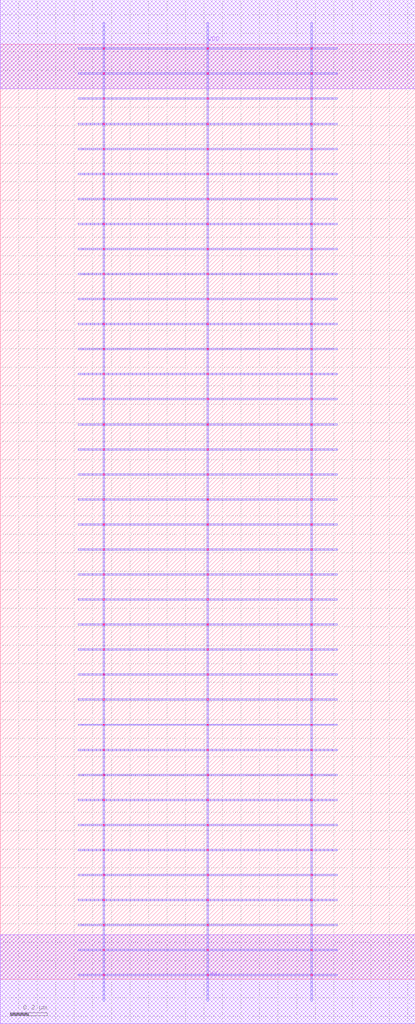
<source format=lef>
MACRO INV
 CLASS CORE ;
 FOREIGN INV 0 0 ;
 SIZE 2.24 BY 5.04 ;
 ORIGIN 0 0 ;
 SYMMETRY X Y R90 ;
 SITE unit ;
  PIN VDD
   DIRECTION INOUT ;
   USE POWER ;
   SHAPE ABUTMENT ;
    PORT
     CLASS CORE ;
       LAYER met1 ;
        RECT 0.00000000 4.80000000 2.24000000 5.28000000 ;
    END
  END VDD

  PIN GND
   DIRECTION INOUT ;
   USE POWER ;
   SHAPE ABUTMENT ;
    PORT
     CLASS CORE ;
       LAYER met1 ;
        RECT 0.00000000 -0.24000000 2.24000000 0.24000000 ;
    END
  END GND

 OBS
    LAYER polycont ;
     RECT 1.11600000 2.58300000 1.12400000 2.59100000 ;
     RECT 1.11600000 2.98800000 1.12400000 2.99600000 ;

    LAYER pdiffc ;
     RECT 0.55600000 3.39300000 0.56400000 3.40100000 ;
     RECT 1.67600000 3.39300000 1.68400000 3.40100000 ;
     RECT 0.55600000 3.52800000 0.56400000 3.53600000 ;
     RECT 1.67600000 3.52800000 1.68400000 3.53600000 ;
     RECT 0.55600000 3.66300000 0.56400000 3.67100000 ;
     RECT 1.67600000 3.66300000 1.68400000 3.67100000 ;
     RECT 0.55600000 3.79800000 0.56400000 3.80600000 ;
     RECT 1.67600000 3.79800000 1.68400000 3.80600000 ;
     RECT 0.55600000 3.93300000 0.56400000 3.94100000 ;
     RECT 1.67600000 3.93300000 1.68400000 3.94100000 ;
     RECT 0.55600000 4.06800000 0.56400000 4.07600000 ;
     RECT 1.67600000 4.06800000 1.68400000 4.07600000 ;
     RECT 0.55600000 4.20300000 0.56400000 4.21100000 ;
     RECT 1.67600000 4.20300000 1.68400000 4.21100000 ;
     RECT 0.55600000 4.33800000 0.56400000 4.34600000 ;
     RECT 1.67600000 4.33800000 1.68400000 4.34600000 ;
     RECT 0.55600000 4.47300000 0.56400000 4.48100000 ;
     RECT 1.67600000 4.47300000 1.68400000 4.48100000 ;
     RECT 0.55600000 4.60800000 0.56400000 4.61600000 ;
     RECT 1.67600000 4.60800000 1.68400000 4.61600000 ;

    LAYER ndiffc ;
     RECT 0.55600000 0.42300000 0.56400000 0.43100000 ;
     RECT 1.67600000 0.42300000 1.68400000 0.43100000 ;
     RECT 0.55600000 0.55800000 0.56400000 0.56600000 ;
     RECT 1.67600000 0.55800000 1.68400000 0.56600000 ;
     RECT 0.55600000 0.69300000 0.56400000 0.70100000 ;
     RECT 1.67600000 0.69300000 1.68400000 0.70100000 ;
     RECT 0.55600000 0.82800000 0.56400000 0.83600000 ;
     RECT 1.67600000 0.82800000 1.68400000 0.83600000 ;
     RECT 0.55600000 0.96300000 0.56400000 0.97100000 ;
     RECT 1.67600000 0.96300000 1.68400000 0.97100000 ;
     RECT 0.55600000 1.09800000 0.56400000 1.10600000 ;
     RECT 1.67600000 1.09800000 1.68400000 1.10600000 ;
     RECT 0.55600000 1.23300000 0.56400000 1.24100000 ;
     RECT 1.67600000 1.23300000 1.68400000 1.24100000 ;
     RECT 0.55600000 1.36800000 0.56400000 1.37600000 ;
     RECT 1.67600000 1.36800000 1.68400000 1.37600000 ;
     RECT 0.55600000 1.50300000 0.56400000 1.51100000 ;
     RECT 1.67600000 1.50300000 1.68400000 1.51100000 ;
     RECT 0.55600000 1.63800000 0.56400000 1.64600000 ;
     RECT 1.67600000 1.63800000 1.68400000 1.64600000 ;
     RECT 0.55600000 1.77300000 0.56400000 1.78100000 ;
     RECT 1.67600000 1.77300000 1.68400000 1.78100000 ;
     RECT 0.55600000 1.90800000 0.56400000 1.91600000 ;
     RECT 1.67600000 1.90800000 1.68400000 1.91600000 ;
     RECT 0.55600000 2.04300000 0.56400000 2.05100000 ;
     RECT 1.67600000 2.04300000 1.68400000 2.05100000 ;

    LAYER met1 ;
     RECT 0.00000000 -0.24000000 2.24000000 0.24000000 ;
     RECT 1.11600000 0.24000000 1.12400000 0.28800000 ;
     RECT 0.44500000 0.28800000 1.79500000 0.29600000 ;
     RECT 1.11600000 0.29600000 1.12400000 0.42300000 ;
     RECT 0.44500000 0.42300000 1.79500000 0.43100000 ;
     RECT 1.11600000 0.43100000 1.12400000 0.55800000 ;
     RECT 0.44500000 0.55800000 1.79500000 0.56600000 ;
     RECT 1.11600000 0.56600000 1.12400000 0.69300000 ;
     RECT 0.44500000 0.69300000 1.79500000 0.70100000 ;
     RECT 1.11600000 0.70100000 1.12400000 0.82800000 ;
     RECT 0.44500000 0.82800000 1.79500000 0.83600000 ;
     RECT 1.11600000 0.83600000 1.12400000 0.96300000 ;
     RECT 0.44500000 0.96300000 1.79500000 0.97100000 ;
     RECT 1.11600000 0.97100000 1.12400000 1.09800000 ;
     RECT 0.44500000 1.09800000 1.79500000 1.10600000 ;
     RECT 1.11600000 1.10600000 1.12400000 1.23300000 ;
     RECT 0.44500000 1.23300000 1.79500000 1.24100000 ;
     RECT 1.11600000 1.24100000 1.12400000 1.36800000 ;
     RECT 0.44500000 1.36800000 1.79500000 1.37600000 ;
     RECT 1.11600000 1.37600000 1.12400000 1.50300000 ;
     RECT 0.44500000 1.50300000 1.79500000 1.51100000 ;
     RECT 1.11600000 1.51100000 1.12400000 1.63800000 ;
     RECT 0.44500000 1.63800000 1.79500000 1.64600000 ;
     RECT 1.11600000 1.64600000 1.12400000 1.77300000 ;
     RECT 0.44500000 1.77300000 1.79500000 1.78100000 ;
     RECT 1.11600000 1.78100000 1.12400000 1.90800000 ;
     RECT 0.44500000 1.90800000 1.79500000 1.91600000 ;
     RECT 1.11600000 1.91600000 1.12400000 2.04300000 ;
     RECT 0.44500000 2.04300000 1.79500000 2.05100000 ;
     RECT 1.11600000 2.05100000 1.12400000 2.17800000 ;
     RECT 0.44500000 2.17800000 1.79500000 2.18600000 ;
     RECT 1.11600000 2.18600000 1.12400000 2.31300000 ;
     RECT 0.44500000 2.31300000 1.79500000 2.32100000 ;
     RECT 1.11600000 2.32100000 1.12400000 2.44800000 ;
     RECT 0.44500000 2.44800000 1.79500000 2.45600000 ;
     RECT 0.55600000 2.45600000 0.56400000 2.58300000 ;
     RECT 1.11600000 2.45600000 1.12400000 2.58300000 ;
     RECT 1.67600000 2.45600000 1.68400000 2.58300000 ;
     RECT 0.44500000 2.58300000 1.79500000 2.59100000 ;
     RECT 1.11600000 2.59100000 1.12400000 2.71800000 ;
     RECT 0.44500000 2.71800000 1.79500000 2.72600000 ;
     RECT 1.11600000 2.72600000 1.12400000 2.85300000 ;
     RECT 0.44500000 2.85300000 1.79500000 2.86100000 ;
     RECT 1.11600000 2.86100000 1.12400000 2.98800000 ;
     RECT 0.44500000 2.98800000 1.79500000 2.99600000 ;
     RECT 1.11600000 2.99600000 1.12400000 3.12300000 ;
     RECT 0.44500000 3.12300000 1.79500000 3.13100000 ;
     RECT 1.11600000 3.13100000 1.12400000 3.25800000 ;
     RECT 0.44500000 3.25800000 1.79500000 3.26600000 ;
     RECT 1.11600000 3.26600000 1.12400000 3.39300000 ;
     RECT 0.44500000 3.39300000 1.79500000 3.40100000 ;
     RECT 1.11600000 3.40100000 1.12400000 3.52800000 ;
     RECT 0.44500000 3.52800000 1.79500000 3.53600000 ;
     RECT 1.11600000 3.53600000 1.12400000 3.66300000 ;
     RECT 0.44500000 3.66300000 1.79500000 3.67100000 ;
     RECT 1.11600000 3.67100000 1.12400000 3.79800000 ;
     RECT 0.44500000 3.79800000 1.79500000 3.80600000 ;
     RECT 1.11600000 3.80600000 1.12400000 3.93300000 ;
     RECT 0.44500000 3.93300000 1.79500000 3.94100000 ;
     RECT 1.11600000 3.94100000 1.12400000 4.06800000 ;
     RECT 0.44500000 4.06800000 1.79500000 4.07600000 ;
     RECT 1.11600000 4.07600000 1.12400000 4.20300000 ;
     RECT 0.44500000 4.20300000 1.79500000 4.21100000 ;
     RECT 1.11600000 4.21100000 1.12400000 4.33800000 ;
     RECT 0.44500000 4.33800000 1.79500000 4.34600000 ;
     RECT 1.11600000 4.34600000 1.12400000 4.47300000 ;
     RECT 0.44500000 4.47300000 1.79500000 4.48100000 ;
     RECT 1.11600000 4.48100000 1.12400000 4.60800000 ;
     RECT 0.44500000 4.60800000 1.79500000 4.61600000 ;
     RECT 1.11600000 4.61600000 1.12400000 4.74300000 ;
     RECT 0.44500000 4.74300000 1.79500000 4.75100000 ;
     RECT 1.11600000 4.75100000 1.12400000 4.80000000 ;
     RECT 0.00000000 4.80000000 2.24000000 5.28000000 ;
     RECT 1.67600000 4.07600000 1.68400000 4.20300000 ;
     RECT 1.67600000 2.99600000 1.68400000 3.12300000 ;
     RECT 1.67600000 3.26600000 1.68400000 3.39300000 ;
     RECT 1.67600000 4.21100000 1.68400000 4.33800000 ;
     RECT 1.67600000 3.67100000 1.68400000 3.79800000 ;
     RECT 1.67600000 2.86100000 1.68400000 2.98800000 ;
     RECT 1.67600000 4.34600000 1.68400000 4.47300000 ;
     RECT 1.67600000 2.59100000 1.68400000 2.71800000 ;
     RECT 1.67600000 3.80600000 1.68400000 3.93300000 ;
     RECT 1.67600000 4.48100000 1.68400000 4.60800000 ;
     RECT 1.67600000 3.40100000 1.68400000 3.52800000 ;
     RECT 1.67600000 3.13100000 1.68400000 3.25800000 ;
     RECT 1.67600000 4.61600000 1.68400000 4.74300000 ;
     RECT 1.67600000 3.94100000 1.68400000 4.06800000 ;
     RECT 1.67600000 2.72600000 1.68400000 2.85300000 ;
     RECT 1.67600000 4.75100000 1.68400000 4.80000000 ;
     RECT 1.67600000 3.53600000 1.68400000 3.66300000 ;
     RECT 0.55600000 3.53600000 0.56400000 3.66300000 ;
     RECT 0.55600000 4.34600000 0.56400000 4.47300000 ;
     RECT 0.55600000 2.86100000 0.56400000 2.98800000 ;
     RECT 0.55600000 3.94100000 0.56400000 4.06800000 ;
     RECT 0.55600000 3.13100000 0.56400000 3.25800000 ;
     RECT 0.55600000 4.48100000 0.56400000 4.60800000 ;
     RECT 0.55600000 2.99600000 0.56400000 3.12300000 ;
     RECT 0.55600000 3.67100000 0.56400000 3.79800000 ;
     RECT 0.55600000 4.07600000 0.56400000 4.20300000 ;
     RECT 0.55600000 4.61600000 0.56400000 4.74300000 ;
     RECT 0.55600000 3.40100000 0.56400000 3.52800000 ;
     RECT 0.55600000 2.72600000 0.56400000 2.85300000 ;
     RECT 0.55600000 2.59100000 0.56400000 2.71800000 ;
     RECT 0.55600000 4.75100000 0.56400000 4.80000000 ;
     RECT 0.55600000 4.21100000 0.56400000 4.33800000 ;
     RECT 0.55600000 3.80600000 0.56400000 3.93300000 ;
     RECT 0.55600000 3.26600000 0.56400000 3.39300000 ;
     RECT 0.55600000 0.43100000 0.56400000 0.55800000 ;
     RECT 0.55600000 1.91600000 0.56400000 2.04300000 ;
     RECT 0.55600000 0.24000000 0.56400000 0.28800000 ;
     RECT 0.55600000 1.37600000 0.56400000 1.50300000 ;
     RECT 0.55600000 2.05100000 0.56400000 2.17800000 ;
     RECT 0.55600000 0.97100000 0.56400000 1.09800000 ;
     RECT 0.55600000 0.70100000 0.56400000 0.82800000 ;
     RECT 0.55600000 2.18600000 0.56400000 2.31300000 ;
     RECT 0.55600000 1.51100000 0.56400000 1.63800000 ;
     RECT 0.55600000 0.29600000 0.56400000 0.42300000 ;
     RECT 0.55600000 2.32100000 0.56400000 2.44800000 ;
     RECT 0.55600000 1.10600000 0.56400000 1.23300000 ;
     RECT 0.55600000 1.64600000 0.56400000 1.77300000 ;
     RECT 0.55600000 0.56600000 0.56400000 0.69300000 ;
     RECT 0.55600000 0.83600000 0.56400000 0.96300000 ;
     RECT 0.55600000 1.78100000 0.56400000 1.90800000 ;
     RECT 0.55600000 1.24100000 0.56400000 1.36800000 ;
     RECT 1.67600000 0.43100000 1.68400000 0.55800000 ;
     RECT 1.67600000 1.51100000 1.68400000 1.63800000 ;
     RECT 1.67600000 0.70100000 1.68400000 0.82800000 ;
     RECT 1.67600000 2.05100000 1.68400000 2.17800000 ;
     RECT 1.67600000 0.56600000 1.68400000 0.69300000 ;
     RECT 1.67600000 1.24100000 1.68400000 1.36800000 ;
     RECT 1.67600000 1.64600000 1.68400000 1.77300000 ;
     RECT 1.67600000 2.18600000 1.68400000 2.31300000 ;
     RECT 1.67600000 0.97100000 1.68400000 1.09800000 ;
     RECT 1.67600000 0.29600000 1.68400000 0.42300000 ;
     RECT 1.67600000 0.24000000 1.68400000 0.28800000 ;
     RECT 1.67600000 2.32100000 1.68400000 2.44800000 ;
     RECT 1.67600000 1.78100000 1.68400000 1.90800000 ;
     RECT 1.67600000 1.37600000 1.68400000 1.50300000 ;
     RECT 1.67600000 0.83600000 1.68400000 0.96300000 ;
     RECT 1.67600000 1.10600000 1.68400000 1.23300000 ;
     RECT 1.67600000 1.91600000 1.68400000 2.04300000 ;

    LAYER via1 ;
     RECT 0.55600000 2.58300000 0.56400000 2.59100000 ;
     RECT 1.11600000 2.58300000 1.12400000 2.59100000 ;
     RECT 1.67600000 2.58300000 1.68400000 2.59100000 ;
     RECT 0.55600000 2.71800000 0.56400000 2.72600000 ;
     RECT 1.11600000 2.71800000 1.12400000 2.72600000 ;
     RECT 1.67600000 2.71800000 1.68400000 2.72600000 ;
     RECT 0.55600000 2.85300000 0.56400000 2.86100000 ;
     RECT 1.11600000 2.85300000 1.12400000 2.86100000 ;
     RECT 1.67600000 2.85300000 1.68400000 2.86100000 ;
     RECT 0.55600000 2.98800000 0.56400000 2.99600000 ;
     RECT 1.11600000 2.98800000 1.12400000 2.99600000 ;
     RECT 1.67600000 2.98800000 1.68400000 2.99600000 ;
     RECT 0.55600000 3.12300000 0.56400000 3.13100000 ;
     RECT 1.11600000 3.12300000 1.12400000 3.13100000 ;
     RECT 1.67600000 3.12300000 1.68400000 3.13100000 ;
     RECT 0.55600000 3.25800000 0.56400000 3.26600000 ;
     RECT 1.11600000 3.25800000 1.12400000 3.26600000 ;
     RECT 1.67600000 3.25800000 1.68400000 3.26600000 ;
     RECT 0.55600000 3.39300000 0.56400000 3.40100000 ;
     RECT 1.11600000 3.39300000 1.12400000 3.40100000 ;
     RECT 1.67600000 3.39300000 1.68400000 3.40100000 ;
     RECT 0.55600000 3.52800000 0.56400000 3.53600000 ;
     RECT 1.11600000 3.52800000 1.12400000 3.53600000 ;
     RECT 1.67600000 3.52800000 1.68400000 3.53600000 ;
     RECT 0.55600000 3.66300000 0.56400000 3.67100000 ;
     RECT 1.11600000 3.66300000 1.12400000 3.67100000 ;
     RECT 1.67600000 3.66300000 1.68400000 3.67100000 ;
     RECT 0.55600000 3.79800000 0.56400000 3.80600000 ;
     RECT 1.11600000 3.79800000 1.12400000 3.80600000 ;
     RECT 1.67600000 3.79800000 1.68400000 3.80600000 ;
     RECT 0.55600000 3.93300000 0.56400000 3.94100000 ;
     RECT 1.11600000 3.93300000 1.12400000 3.94100000 ;
     RECT 1.67600000 3.93300000 1.68400000 3.94100000 ;
     RECT 0.55600000 4.06800000 0.56400000 4.07600000 ;
     RECT 1.11600000 4.06800000 1.12400000 4.07600000 ;
     RECT 1.67600000 4.06800000 1.68400000 4.07600000 ;
     RECT 0.55600000 4.20300000 0.56400000 4.21100000 ;
     RECT 1.11600000 4.20300000 1.12400000 4.21100000 ;
     RECT 1.67600000 4.20300000 1.68400000 4.21100000 ;
     RECT 0.55600000 4.33800000 0.56400000 4.34600000 ;
     RECT 1.11600000 4.33800000 1.12400000 4.34600000 ;
     RECT 1.67600000 4.33800000 1.68400000 4.34600000 ;
     RECT 0.55600000 4.47300000 0.56400000 4.48100000 ;
     RECT 1.11600000 4.47300000 1.12400000 4.48100000 ;
     RECT 1.67600000 4.47300000 1.68400000 4.48100000 ;
     RECT 0.55600000 4.60800000 0.56400000 4.61600000 ;
     RECT 1.11600000 4.60800000 1.12400000 4.61600000 ;
     RECT 1.67600000 4.60800000 1.68400000 4.61600000 ;
     RECT 0.55600000 4.74300000 0.56400000 4.75100000 ;
     RECT 1.11600000 4.74300000 1.12400000 4.75100000 ;
     RECT 1.67600000 4.74300000 1.68400000 4.75100000 ;
     RECT 0.55600000 4.87800000 0.56400000 4.88600000 ;
     RECT 1.11600000 4.87800000 1.12400000 4.88600000 ;
     RECT 1.67600000 4.87800000 1.68400000 4.88600000 ;
     RECT 0.55600000 5.01300000 0.56400000 5.02100000 ;
     RECT 1.11600000 5.01300000 1.12400000 5.02100000 ;
     RECT 1.67600000 5.01300000 1.68400000 5.02100000 ;
     RECT 0.55600000 0.01800000 0.56400000 0.02600000 ;
     RECT 1.11600000 0.01800000 1.12400000 0.02600000 ;
     RECT 1.67600000 0.01800000 1.68400000 0.02600000 ;
     RECT 0.55600000 0.15300000 0.56400000 0.16100000 ;
     RECT 1.11600000 0.15300000 1.12400000 0.16100000 ;
     RECT 1.67600000 0.15300000 1.68400000 0.16100000 ;
     RECT 0.55600000 0.28800000 0.56400000 0.29600000 ;
     RECT 1.11600000 0.28800000 1.12400000 0.29600000 ;
     RECT 1.67600000 0.28800000 1.68400000 0.29600000 ;
     RECT 0.55600000 0.42300000 0.56400000 0.43100000 ;
     RECT 1.11600000 0.42300000 1.12400000 0.43100000 ;
     RECT 1.67600000 0.42300000 1.68400000 0.43100000 ;
     RECT 0.55600000 0.55800000 0.56400000 0.56600000 ;
     RECT 1.11600000 0.55800000 1.12400000 0.56600000 ;
     RECT 1.67600000 0.55800000 1.68400000 0.56600000 ;
     RECT 0.55600000 0.69300000 0.56400000 0.70100000 ;
     RECT 1.11600000 0.69300000 1.12400000 0.70100000 ;
     RECT 1.67600000 0.69300000 1.68400000 0.70100000 ;
     RECT 0.55600000 0.82800000 0.56400000 0.83600000 ;
     RECT 1.11600000 0.82800000 1.12400000 0.83600000 ;
     RECT 1.67600000 0.82800000 1.68400000 0.83600000 ;
     RECT 0.55600000 0.96300000 0.56400000 0.97100000 ;
     RECT 1.11600000 0.96300000 1.12400000 0.97100000 ;
     RECT 1.67600000 0.96300000 1.68400000 0.97100000 ;
     RECT 0.55600000 1.09800000 0.56400000 1.10600000 ;
     RECT 1.11600000 1.09800000 1.12400000 1.10600000 ;
     RECT 1.67600000 1.09800000 1.68400000 1.10600000 ;
     RECT 0.55600000 1.23300000 0.56400000 1.24100000 ;
     RECT 1.11600000 1.23300000 1.12400000 1.24100000 ;
     RECT 1.67600000 1.23300000 1.68400000 1.24100000 ;
     RECT 0.55600000 1.36800000 0.56400000 1.37600000 ;
     RECT 1.11600000 1.36800000 1.12400000 1.37600000 ;
     RECT 1.67600000 1.36800000 1.68400000 1.37600000 ;
     RECT 0.55600000 1.50300000 0.56400000 1.51100000 ;
     RECT 1.11600000 1.50300000 1.12400000 1.51100000 ;
     RECT 1.67600000 1.50300000 1.68400000 1.51100000 ;
     RECT 0.55600000 1.63800000 0.56400000 1.64600000 ;
     RECT 1.11600000 1.63800000 1.12400000 1.64600000 ;
     RECT 1.67600000 1.63800000 1.68400000 1.64600000 ;
     RECT 0.55600000 1.77300000 0.56400000 1.78100000 ;
     RECT 1.11600000 1.77300000 1.12400000 1.78100000 ;
     RECT 1.67600000 1.77300000 1.68400000 1.78100000 ;
     RECT 0.55600000 1.90800000 0.56400000 1.91600000 ;
     RECT 1.11600000 1.90800000 1.12400000 1.91600000 ;
     RECT 1.67600000 1.90800000 1.68400000 1.91600000 ;
     RECT 0.55600000 2.04300000 0.56400000 2.05100000 ;
     RECT 1.11600000 2.04300000 1.12400000 2.05100000 ;
     RECT 1.67600000 2.04300000 1.68400000 2.05100000 ;
     RECT 0.55600000 2.17800000 0.56400000 2.18600000 ;
     RECT 1.11600000 2.17800000 1.12400000 2.18600000 ;
     RECT 1.67600000 2.17800000 1.68400000 2.18600000 ;
     RECT 0.55600000 2.31300000 0.56400000 2.32100000 ;
     RECT 1.11600000 2.31300000 1.12400000 2.32100000 ;
     RECT 1.67600000 2.31300000 1.68400000 2.32100000 ;
     RECT 0.55600000 2.44800000 0.56400000 2.45600000 ;
     RECT 1.11600000 2.44800000 1.12400000 2.45600000 ;
     RECT 1.67600000 2.44800000 1.68400000 2.45600000 ;

    LAYER met2 ;
     RECT 1.11600000 -0.11800000 1.12400000 0.01800000 ;
     RECT 0.42000000 0.01800000 1.82000000 0.02600000 ;
     RECT 1.11600000 0.02600000 1.12400000 0.15300000 ;
     RECT 0.42000000 0.15300000 1.82000000 0.16100000 ;
     RECT 1.11600000 0.16100000 1.12400000 0.28800000 ;
     RECT 0.42000000 0.28800000 1.82000000 0.29600000 ;
     RECT 1.11600000 0.29600000 1.12400000 0.42300000 ;
     RECT 0.42000000 0.42300000 1.82000000 0.43100000 ;
     RECT 1.11600000 0.43100000 1.12400000 0.55800000 ;
     RECT 0.42000000 0.55800000 1.82000000 0.56600000 ;
     RECT 1.11600000 0.56600000 1.12400000 0.69300000 ;
     RECT 0.42000000 0.69300000 1.82000000 0.70100000 ;
     RECT 1.11600000 0.70100000 1.12400000 0.82800000 ;
     RECT 0.42000000 0.82800000 1.82000000 0.83600000 ;
     RECT 1.11600000 0.83600000 1.12400000 0.96300000 ;
     RECT 0.42000000 0.96300000 1.82000000 0.97100000 ;
     RECT 1.11600000 0.97100000 1.12400000 1.09800000 ;
     RECT 0.42000000 1.09800000 1.82000000 1.10600000 ;
     RECT 1.11600000 1.10600000 1.12400000 1.23300000 ;
     RECT 0.42000000 1.23300000 1.82000000 1.24100000 ;
     RECT 1.11600000 1.24100000 1.12400000 1.36800000 ;
     RECT 0.42000000 1.36800000 1.82000000 1.37600000 ;
     RECT 1.11600000 1.37600000 1.12400000 1.50300000 ;
     RECT 0.42000000 1.50300000 1.82000000 1.51100000 ;
     RECT 1.11600000 1.51100000 1.12400000 1.63800000 ;
     RECT 0.42000000 1.63800000 1.82000000 1.64600000 ;
     RECT 1.11600000 1.64600000 1.12400000 1.77300000 ;
     RECT 0.42000000 1.77300000 1.82000000 1.78100000 ;
     RECT 1.11600000 1.78100000 1.12400000 1.90800000 ;
     RECT 0.42000000 1.90800000 1.82000000 1.91600000 ;
     RECT 1.11600000 1.91600000 1.12400000 2.04300000 ;
     RECT 0.42000000 2.04300000 1.82000000 2.05100000 ;
     RECT 1.11600000 2.05100000 1.12400000 2.17800000 ;
     RECT 0.42000000 2.17800000 1.82000000 2.18600000 ;
     RECT 1.11600000 2.18600000 1.12400000 2.31300000 ;
     RECT 0.42000000 2.31300000 1.82000000 2.32100000 ;
     RECT 1.11600000 2.32100000 1.12400000 2.44800000 ;
     RECT 0.42000000 2.44800000 1.82000000 2.45600000 ;
     RECT 0.55600000 2.45600000 0.56400000 2.58300000 ;
     RECT 1.11600000 2.45600000 1.12400000 2.58300000 ;
     RECT 1.67600000 2.45600000 1.68400000 2.58300000 ;
     RECT 0.42000000 2.58300000 1.82000000 2.59100000 ;
     RECT 1.11600000 2.59100000 1.12400000 2.71800000 ;
     RECT 0.42000000 2.71800000 1.82000000 2.72600000 ;
     RECT 1.11600000 2.72600000 1.12400000 2.85300000 ;
     RECT 0.42000000 2.85300000 1.82000000 2.86100000 ;
     RECT 1.11600000 2.86100000 1.12400000 2.98800000 ;
     RECT 0.42000000 2.98800000 1.82000000 2.99600000 ;
     RECT 1.11600000 2.99600000 1.12400000 3.12300000 ;
     RECT 0.42000000 3.12300000 1.82000000 3.13100000 ;
     RECT 1.11600000 3.13100000 1.12400000 3.25800000 ;
     RECT 0.42000000 3.25800000 1.82000000 3.26600000 ;
     RECT 1.11600000 3.26600000 1.12400000 3.39300000 ;
     RECT 0.42000000 3.39300000 1.82000000 3.40100000 ;
     RECT 1.11600000 3.40100000 1.12400000 3.52800000 ;
     RECT 0.42000000 3.52800000 1.82000000 3.53600000 ;
     RECT 1.11600000 3.53600000 1.12400000 3.66300000 ;
     RECT 0.42000000 3.66300000 1.82000000 3.67100000 ;
     RECT 1.11600000 3.67100000 1.12400000 3.79800000 ;
     RECT 0.42000000 3.79800000 1.82000000 3.80600000 ;
     RECT 1.11600000 3.80600000 1.12400000 3.93300000 ;
     RECT 0.42000000 3.93300000 1.82000000 3.94100000 ;
     RECT 1.11600000 3.94100000 1.12400000 4.06800000 ;
     RECT 0.42000000 4.06800000 1.82000000 4.07600000 ;
     RECT 1.11600000 4.07600000 1.12400000 4.20300000 ;
     RECT 0.42000000 4.20300000 1.82000000 4.21100000 ;
     RECT 1.11600000 4.21100000 1.12400000 4.33800000 ;
     RECT 0.42000000 4.33800000 1.82000000 4.34600000 ;
     RECT 1.11600000 4.34600000 1.12400000 4.47300000 ;
     RECT 0.42000000 4.47300000 1.82000000 4.48100000 ;
     RECT 1.11600000 4.48100000 1.12400000 4.60800000 ;
     RECT 0.42000000 4.60800000 1.82000000 4.61600000 ;
     RECT 1.11600000 4.61600000 1.12400000 4.74300000 ;
     RECT 0.42000000 4.74300000 1.82000000 4.75100000 ;
     RECT 1.11600000 4.75100000 1.12400000 4.87800000 ;
     RECT 0.42000000 4.87800000 1.82000000 4.88600000 ;
     RECT 1.11600000 4.88600000 1.12400000 5.01300000 ;
     RECT 0.42000000 5.01300000 1.82000000 5.02100000 ;
     RECT 1.11600000 5.02100000 1.12400000 5.15700000 ;
     RECT 1.67600000 4.21100000 1.68400000 4.33800000 ;
     RECT 1.67600000 3.67100000 1.68400000 3.79800000 ;
     RECT 1.67600000 2.86100000 1.68400000 2.98800000 ;
     RECT 1.67600000 4.34600000 1.68400000 4.47300000 ;
     RECT 1.67600000 2.59100000 1.68400000 2.71800000 ;
     RECT 1.67600000 3.80600000 1.68400000 3.93300000 ;
     RECT 1.67600000 4.48100000 1.68400000 4.60800000 ;
     RECT 1.67600000 3.40100000 1.68400000 3.52800000 ;
     RECT 1.67600000 3.13100000 1.68400000 3.25800000 ;
     RECT 1.67600000 4.61600000 1.68400000 4.74300000 ;
     RECT 1.67600000 3.94100000 1.68400000 4.06800000 ;
     RECT 1.67600000 2.72600000 1.68400000 2.85300000 ;
     RECT 1.67600000 4.75100000 1.68400000 4.87800000 ;
     RECT 1.67600000 3.53600000 1.68400000 3.66300000 ;
     RECT 1.67600000 4.07600000 1.68400000 4.20300000 ;
     RECT 1.67600000 4.88600000 1.68400000 5.01300000 ;
     RECT 1.67600000 2.99600000 1.68400000 3.12300000 ;
     RECT 1.67600000 3.26600000 1.68400000 3.39300000 ;
     RECT 1.67600000 5.02100000 1.68400000 5.15700000 ;
     RECT 0.55600000 4.48100000 0.56400000 4.60800000 ;
     RECT 0.55600000 2.99600000 0.56400000 3.12300000 ;
     RECT 0.55600000 3.67100000 0.56400000 3.79800000 ;
     RECT 0.55600000 4.07600000 0.56400000 4.20300000 ;
     RECT 0.55600000 4.61600000 0.56400000 4.74300000 ;
     RECT 0.55600000 3.40100000 0.56400000 3.52800000 ;
     RECT 0.55600000 2.72600000 0.56400000 2.85300000 ;
     RECT 0.55600000 2.59100000 0.56400000 2.71800000 ;
     RECT 0.55600000 4.75100000 0.56400000 4.87800000 ;
     RECT 0.55600000 4.21100000 0.56400000 4.33800000 ;
     RECT 0.55600000 3.80600000 0.56400000 3.93300000 ;
     RECT 0.55600000 3.26600000 0.56400000 3.39300000 ;
     RECT 0.55600000 4.88600000 0.56400000 5.01300000 ;
     RECT 0.55600000 3.53600000 0.56400000 3.66300000 ;
     RECT 0.55600000 4.34600000 0.56400000 4.47300000 ;
     RECT 0.55600000 2.86100000 0.56400000 2.98800000 ;
     RECT 0.55600000 5.02100000 0.56400000 5.15700000 ;
     RECT 0.55600000 3.94100000 0.56400000 4.06800000 ;
     RECT 0.55600000 3.13100000 0.56400000 3.25800000 ;
     RECT 0.55600000 1.10600000 0.56400000 1.23300000 ;
     RECT 0.55600000 1.78100000 0.56400000 1.90800000 ;
     RECT 0.55600000 0.70100000 0.56400000 0.82800000 ;
     RECT 0.55600000 0.43100000 0.56400000 0.55800000 ;
     RECT 0.55600000 1.91600000 0.56400000 2.04300000 ;
     RECT 0.55600000 1.24100000 0.56400000 1.36800000 ;
     RECT 0.55600000 0.02600000 0.56400000 0.15300000 ;
     RECT 0.55600000 2.05100000 0.56400000 2.17800000 ;
     RECT 0.55600000 0.83600000 0.56400000 0.96300000 ;
     RECT 0.55600000 1.37600000 0.56400000 1.50300000 ;
     RECT 0.55600000 2.18600000 0.56400000 2.31300000 ;
     RECT 0.55600000 0.29600000 0.56400000 0.42300000 ;
     RECT 0.55600000 0.56600000 0.56400000 0.69300000 ;
     RECT 0.55600000 2.32100000 0.56400000 2.44800000 ;
     RECT 0.55600000 1.51100000 0.56400000 1.63800000 ;
     RECT 0.55600000 0.97100000 0.56400000 1.09800000 ;
     RECT 0.55600000 0.16100000 0.56400000 0.28800000 ;
     RECT 0.55600000 1.64600000 0.56400000 1.77300000 ;
     RECT 0.55600000 -0.11800000 0.56400000 0.01800000 ;
     RECT 1.67600000 0.97100000 1.68400000 1.09800000 ;
     RECT 1.67600000 1.37600000 1.68400000 1.50300000 ;
     RECT 1.67600000 1.91600000 1.68400000 2.04300000 ;
     RECT 1.67600000 0.70100000 1.68400000 0.82800000 ;
     RECT 1.67600000 0.02600000 1.68400000 0.15300000 ;
     RECT 1.67600000 -0.11800000 1.68400000 0.01800000 ;
     RECT 1.67600000 2.05100000 1.68400000 2.17800000 ;
     RECT 1.67600000 1.51100000 1.68400000 1.63800000 ;
     RECT 1.67600000 1.10600000 1.68400000 1.23300000 ;
     RECT 1.67600000 0.56600000 1.68400000 0.69300000 ;
     RECT 1.67600000 2.18600000 1.68400000 2.31300000 ;
     RECT 1.67600000 0.83600000 1.68400000 0.96300000 ;
     RECT 1.67600000 1.64600000 1.68400000 1.77300000 ;
     RECT 1.67600000 0.16100000 1.68400000 0.28800000 ;
     RECT 1.67600000 2.32100000 1.68400000 2.44800000 ;
     RECT 1.67600000 1.24100000 1.68400000 1.36800000 ;
     RECT 1.67600000 0.43100000 1.68400000 0.55800000 ;
     RECT 1.67600000 1.78100000 1.68400000 1.90800000 ;
     RECT 1.67600000 0.29600000 1.68400000 0.42300000 ;

 END
END INV

</source>
